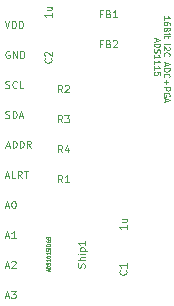
<source format=gbr>
%TF.GenerationSoftware,KiCad,Pcbnew,8.0.8*%
%TF.CreationDate,2025-01-25T22:43:36+07:00*%
%TF.ProjectId,Pton1,50746f6e-312e-46b6-9963-61645f706362,rev?*%
%TF.SameCoordinates,Original*%
%TF.FileFunction,OtherDrawing,Comment*%
%FSLAX46Y46*%
G04 Gerber Fmt 4.6, Leading zero omitted, Abs format (unit mm)*
G04 Created by KiCad (PCBNEW 8.0.8) date 2025-01-25 22:43:36*
%MOMM*%
%LPD*%
G01*
G04 APERTURE LIST*
%ADD10C,0.100000*%
%ADD11C,0.125000*%
%ADD12C,0.075000*%
G04 APERTURE END LIST*
D10*
X91620074Y-67059942D02*
X91905789Y-67059942D01*
X91562931Y-67231371D02*
X91762931Y-66631371D01*
X91762931Y-66631371D02*
X91962931Y-67231371D01*
X92105789Y-66631371D02*
X92477217Y-66631371D01*
X92477217Y-66631371D02*
X92277217Y-66859942D01*
X92277217Y-66859942D02*
X92362932Y-66859942D01*
X92362932Y-66859942D02*
X92420075Y-66888514D01*
X92420075Y-66888514D02*
X92448646Y-66917085D01*
X92448646Y-66917085D02*
X92477217Y-66974228D01*
X92477217Y-66974228D02*
X92477217Y-67117085D01*
X92477217Y-67117085D02*
X92448646Y-67174228D01*
X92448646Y-67174228D02*
X92420075Y-67202800D01*
X92420075Y-67202800D02*
X92362932Y-67231371D01*
X92362932Y-67231371D02*
X92191503Y-67231371D01*
X92191503Y-67231371D02*
X92134360Y-67202800D01*
X92134360Y-67202800D02*
X92105789Y-67174228D01*
X91620074Y-64519942D02*
X91905789Y-64519942D01*
X91562931Y-64691371D02*
X91762931Y-64091371D01*
X91762931Y-64091371D02*
X91962931Y-64691371D01*
X92134360Y-64148514D02*
X92162932Y-64119942D01*
X92162932Y-64119942D02*
X92220075Y-64091371D01*
X92220075Y-64091371D02*
X92362932Y-64091371D01*
X92362932Y-64091371D02*
X92420075Y-64119942D01*
X92420075Y-64119942D02*
X92448646Y-64148514D01*
X92448646Y-64148514D02*
X92477217Y-64205657D01*
X92477217Y-64205657D02*
X92477217Y-64262800D01*
X92477217Y-64262800D02*
X92448646Y-64348514D01*
X92448646Y-64348514D02*
X92105789Y-64691371D01*
X92105789Y-64691371D02*
X92477217Y-64691371D01*
X91620074Y-61979942D02*
X91905789Y-61979942D01*
X91562931Y-62151371D02*
X91762931Y-61551371D01*
X91762931Y-61551371D02*
X91962931Y-62151371D01*
X92477217Y-62151371D02*
X92134360Y-62151371D01*
X92305789Y-62151371D02*
X92305789Y-61551371D01*
X92305789Y-61551371D02*
X92248646Y-61637085D01*
X92248646Y-61637085D02*
X92191503Y-61694228D01*
X92191503Y-61694228D02*
X92134360Y-61722800D01*
X91620074Y-59439942D02*
X91905789Y-59439942D01*
X91562931Y-59611371D02*
X91762931Y-59011371D01*
X91762931Y-59011371D02*
X91962931Y-59611371D01*
X92277217Y-59011371D02*
X92334360Y-59011371D01*
X92334360Y-59011371D02*
X92391503Y-59039942D01*
X92391503Y-59039942D02*
X92420075Y-59068514D01*
X92420075Y-59068514D02*
X92448646Y-59125657D01*
X92448646Y-59125657D02*
X92477217Y-59239942D01*
X92477217Y-59239942D02*
X92477217Y-59382800D01*
X92477217Y-59382800D02*
X92448646Y-59497085D01*
X92448646Y-59497085D02*
X92420075Y-59554228D01*
X92420075Y-59554228D02*
X92391503Y-59582800D01*
X92391503Y-59582800D02*
X92334360Y-59611371D01*
X92334360Y-59611371D02*
X92277217Y-59611371D01*
X92277217Y-59611371D02*
X92220075Y-59582800D01*
X92220075Y-59582800D02*
X92191503Y-59554228D01*
X92191503Y-59554228D02*
X92162932Y-59497085D01*
X92162932Y-59497085D02*
X92134360Y-59382800D01*
X92134360Y-59382800D02*
X92134360Y-59239942D01*
X92134360Y-59239942D02*
X92162932Y-59125657D01*
X92162932Y-59125657D02*
X92191503Y-59068514D01*
X92191503Y-59068514D02*
X92220075Y-59039942D01*
X92220075Y-59039942D02*
X92277217Y-59011371D01*
X91620074Y-56899942D02*
X91905789Y-56899942D01*
X91562931Y-57071371D02*
X91762931Y-56471371D01*
X91762931Y-56471371D02*
X91962931Y-57071371D01*
X92448646Y-57071371D02*
X92162932Y-57071371D01*
X92162932Y-57071371D02*
X92162932Y-56471371D01*
X92991503Y-57071371D02*
X92791503Y-56785657D01*
X92648646Y-57071371D02*
X92648646Y-56471371D01*
X92648646Y-56471371D02*
X92877217Y-56471371D01*
X92877217Y-56471371D02*
X92934360Y-56499942D01*
X92934360Y-56499942D02*
X92962931Y-56528514D01*
X92962931Y-56528514D02*
X92991503Y-56585657D01*
X92991503Y-56585657D02*
X92991503Y-56671371D01*
X92991503Y-56671371D02*
X92962931Y-56728514D01*
X92962931Y-56728514D02*
X92934360Y-56757085D01*
X92934360Y-56757085D02*
X92877217Y-56785657D01*
X92877217Y-56785657D02*
X92648646Y-56785657D01*
X93162931Y-56471371D02*
X93505789Y-56471371D01*
X93334360Y-57071371D02*
X93334360Y-56471371D01*
X91680074Y-54329942D02*
X91965789Y-54329942D01*
X91622931Y-54501371D02*
X91822931Y-53901371D01*
X91822931Y-53901371D02*
X92022931Y-54501371D01*
X92222932Y-54501371D02*
X92222932Y-53901371D01*
X92222932Y-53901371D02*
X92365789Y-53901371D01*
X92365789Y-53901371D02*
X92451503Y-53929942D01*
X92451503Y-53929942D02*
X92508646Y-53987085D01*
X92508646Y-53987085D02*
X92537217Y-54044228D01*
X92537217Y-54044228D02*
X92565789Y-54158514D01*
X92565789Y-54158514D02*
X92565789Y-54244228D01*
X92565789Y-54244228D02*
X92537217Y-54358514D01*
X92537217Y-54358514D02*
X92508646Y-54415657D01*
X92508646Y-54415657D02*
X92451503Y-54472800D01*
X92451503Y-54472800D02*
X92365789Y-54501371D01*
X92365789Y-54501371D02*
X92222932Y-54501371D01*
X92822932Y-54501371D02*
X92822932Y-53901371D01*
X92822932Y-53901371D02*
X92965789Y-53901371D01*
X92965789Y-53901371D02*
X93051503Y-53929942D01*
X93051503Y-53929942D02*
X93108646Y-53987085D01*
X93108646Y-53987085D02*
X93137217Y-54044228D01*
X93137217Y-54044228D02*
X93165789Y-54158514D01*
X93165789Y-54158514D02*
X93165789Y-54244228D01*
X93165789Y-54244228D02*
X93137217Y-54358514D01*
X93137217Y-54358514D02*
X93108646Y-54415657D01*
X93108646Y-54415657D02*
X93051503Y-54472800D01*
X93051503Y-54472800D02*
X92965789Y-54501371D01*
X92965789Y-54501371D02*
X92822932Y-54501371D01*
X93765789Y-54501371D02*
X93565789Y-54215657D01*
X93422932Y-54501371D02*
X93422932Y-53901371D01*
X93422932Y-53901371D02*
X93651503Y-53901371D01*
X93651503Y-53901371D02*
X93708646Y-53929942D01*
X93708646Y-53929942D02*
X93737217Y-53958514D01*
X93737217Y-53958514D02*
X93765789Y-54015657D01*
X93765789Y-54015657D02*
X93765789Y-54101371D01*
X93765789Y-54101371D02*
X93737217Y-54158514D01*
X93737217Y-54158514D02*
X93708646Y-54187085D01*
X93708646Y-54187085D02*
X93651503Y-54215657D01*
X93651503Y-54215657D02*
X93422932Y-54215657D01*
X91620074Y-51962800D02*
X91705789Y-51991371D01*
X91705789Y-51991371D02*
X91848646Y-51991371D01*
X91848646Y-51991371D02*
X91905789Y-51962800D01*
X91905789Y-51962800D02*
X91934360Y-51934228D01*
X91934360Y-51934228D02*
X91962931Y-51877085D01*
X91962931Y-51877085D02*
X91962931Y-51819942D01*
X91962931Y-51819942D02*
X91934360Y-51762800D01*
X91934360Y-51762800D02*
X91905789Y-51734228D01*
X91905789Y-51734228D02*
X91848646Y-51705657D01*
X91848646Y-51705657D02*
X91734360Y-51677085D01*
X91734360Y-51677085D02*
X91677217Y-51648514D01*
X91677217Y-51648514D02*
X91648646Y-51619942D01*
X91648646Y-51619942D02*
X91620074Y-51562800D01*
X91620074Y-51562800D02*
X91620074Y-51505657D01*
X91620074Y-51505657D02*
X91648646Y-51448514D01*
X91648646Y-51448514D02*
X91677217Y-51419942D01*
X91677217Y-51419942D02*
X91734360Y-51391371D01*
X91734360Y-51391371D02*
X91877217Y-51391371D01*
X91877217Y-51391371D02*
X91962931Y-51419942D01*
X92220075Y-51991371D02*
X92220075Y-51391371D01*
X92220075Y-51391371D02*
X92362932Y-51391371D01*
X92362932Y-51391371D02*
X92448646Y-51419942D01*
X92448646Y-51419942D02*
X92505789Y-51477085D01*
X92505789Y-51477085D02*
X92534360Y-51534228D01*
X92534360Y-51534228D02*
X92562932Y-51648514D01*
X92562932Y-51648514D02*
X92562932Y-51734228D01*
X92562932Y-51734228D02*
X92534360Y-51848514D01*
X92534360Y-51848514D02*
X92505789Y-51905657D01*
X92505789Y-51905657D02*
X92448646Y-51962800D01*
X92448646Y-51962800D02*
X92362932Y-51991371D01*
X92362932Y-51991371D02*
X92220075Y-51991371D01*
X92791503Y-51819942D02*
X93077218Y-51819942D01*
X92734360Y-51991371D02*
X92934360Y-51391371D01*
X92934360Y-51391371D02*
X93134360Y-51991371D01*
X91620074Y-49422800D02*
X91705789Y-49451371D01*
X91705789Y-49451371D02*
X91848646Y-49451371D01*
X91848646Y-49451371D02*
X91905789Y-49422800D01*
X91905789Y-49422800D02*
X91934360Y-49394228D01*
X91934360Y-49394228D02*
X91962931Y-49337085D01*
X91962931Y-49337085D02*
X91962931Y-49279942D01*
X91962931Y-49279942D02*
X91934360Y-49222800D01*
X91934360Y-49222800D02*
X91905789Y-49194228D01*
X91905789Y-49194228D02*
X91848646Y-49165657D01*
X91848646Y-49165657D02*
X91734360Y-49137085D01*
X91734360Y-49137085D02*
X91677217Y-49108514D01*
X91677217Y-49108514D02*
X91648646Y-49079942D01*
X91648646Y-49079942D02*
X91620074Y-49022800D01*
X91620074Y-49022800D02*
X91620074Y-48965657D01*
X91620074Y-48965657D02*
X91648646Y-48908514D01*
X91648646Y-48908514D02*
X91677217Y-48879942D01*
X91677217Y-48879942D02*
X91734360Y-48851371D01*
X91734360Y-48851371D02*
X91877217Y-48851371D01*
X91877217Y-48851371D02*
X91962931Y-48879942D01*
X92562932Y-49394228D02*
X92534360Y-49422800D01*
X92534360Y-49422800D02*
X92448646Y-49451371D01*
X92448646Y-49451371D02*
X92391503Y-49451371D01*
X92391503Y-49451371D02*
X92305789Y-49422800D01*
X92305789Y-49422800D02*
X92248646Y-49365657D01*
X92248646Y-49365657D02*
X92220075Y-49308514D01*
X92220075Y-49308514D02*
X92191503Y-49194228D01*
X92191503Y-49194228D02*
X92191503Y-49108514D01*
X92191503Y-49108514D02*
X92220075Y-48994228D01*
X92220075Y-48994228D02*
X92248646Y-48937085D01*
X92248646Y-48937085D02*
X92305789Y-48879942D01*
X92305789Y-48879942D02*
X92391503Y-48851371D01*
X92391503Y-48851371D02*
X92448646Y-48851371D01*
X92448646Y-48851371D02*
X92534360Y-48879942D01*
X92534360Y-48879942D02*
X92562932Y-48908514D01*
X93105789Y-49451371D02*
X92820075Y-49451371D01*
X92820075Y-49451371D02*
X92820075Y-48851371D01*
X91962931Y-46339942D02*
X91905789Y-46311371D01*
X91905789Y-46311371D02*
X91820074Y-46311371D01*
X91820074Y-46311371D02*
X91734360Y-46339942D01*
X91734360Y-46339942D02*
X91677217Y-46397085D01*
X91677217Y-46397085D02*
X91648646Y-46454228D01*
X91648646Y-46454228D02*
X91620074Y-46568514D01*
X91620074Y-46568514D02*
X91620074Y-46654228D01*
X91620074Y-46654228D02*
X91648646Y-46768514D01*
X91648646Y-46768514D02*
X91677217Y-46825657D01*
X91677217Y-46825657D02*
X91734360Y-46882800D01*
X91734360Y-46882800D02*
X91820074Y-46911371D01*
X91820074Y-46911371D02*
X91877217Y-46911371D01*
X91877217Y-46911371D02*
X91962931Y-46882800D01*
X91962931Y-46882800D02*
X91991503Y-46854228D01*
X91991503Y-46854228D02*
X91991503Y-46654228D01*
X91991503Y-46654228D02*
X91877217Y-46654228D01*
X92248646Y-46911371D02*
X92248646Y-46311371D01*
X92248646Y-46311371D02*
X92591503Y-46911371D01*
X92591503Y-46911371D02*
X92591503Y-46311371D01*
X92877217Y-46911371D02*
X92877217Y-46311371D01*
X92877217Y-46311371D02*
X93020074Y-46311371D01*
X93020074Y-46311371D02*
X93105788Y-46339942D01*
X93105788Y-46339942D02*
X93162931Y-46397085D01*
X93162931Y-46397085D02*
X93191502Y-46454228D01*
X93191502Y-46454228D02*
X93220074Y-46568514D01*
X93220074Y-46568514D02*
X93220074Y-46654228D01*
X93220074Y-46654228D02*
X93191502Y-46768514D01*
X93191502Y-46768514D02*
X93162931Y-46825657D01*
X93162931Y-46825657D02*
X93105788Y-46882800D01*
X93105788Y-46882800D02*
X93020074Y-46911371D01*
X93020074Y-46911371D02*
X92877217Y-46911371D01*
X91562931Y-43771371D02*
X91762931Y-44371371D01*
X91762931Y-44371371D02*
X91962931Y-43771371D01*
X92162932Y-44371371D02*
X92162932Y-43771371D01*
X92162932Y-43771371D02*
X92305789Y-43771371D01*
X92305789Y-43771371D02*
X92391503Y-43799942D01*
X92391503Y-43799942D02*
X92448646Y-43857085D01*
X92448646Y-43857085D02*
X92477217Y-43914228D01*
X92477217Y-43914228D02*
X92505789Y-44028514D01*
X92505789Y-44028514D02*
X92505789Y-44114228D01*
X92505789Y-44114228D02*
X92477217Y-44228514D01*
X92477217Y-44228514D02*
X92448646Y-44285657D01*
X92448646Y-44285657D02*
X92391503Y-44342800D01*
X92391503Y-44342800D02*
X92305789Y-44371371D01*
X92305789Y-44371371D02*
X92162932Y-44371371D01*
X92762932Y-44371371D02*
X92762932Y-43771371D01*
X92762932Y-43771371D02*
X92905789Y-43771371D01*
X92905789Y-43771371D02*
X92991503Y-43799942D01*
X92991503Y-43799942D02*
X93048646Y-43857085D01*
X93048646Y-43857085D02*
X93077217Y-43914228D01*
X93077217Y-43914228D02*
X93105789Y-44028514D01*
X93105789Y-44028514D02*
X93105789Y-44114228D01*
X93105789Y-44114228D02*
X93077217Y-44228514D01*
X93077217Y-44228514D02*
X93048646Y-44285657D01*
X93048646Y-44285657D02*
X92991503Y-44342800D01*
X92991503Y-44342800D02*
X92905789Y-44371371D01*
X92905789Y-44371371D02*
X92762932Y-44371371D01*
D11*
X105012662Y-43643188D02*
X105012662Y-43357474D01*
X105012662Y-43500331D02*
X105512662Y-43500331D01*
X105512662Y-43500331D02*
X105441233Y-43452712D01*
X105441233Y-43452712D02*
X105393614Y-43405093D01*
X105393614Y-43405093D02*
X105369805Y-43357474D01*
X105512662Y-44071759D02*
X105512662Y-43976521D01*
X105512662Y-43976521D02*
X105488852Y-43928902D01*
X105488852Y-43928902D02*
X105465043Y-43905092D01*
X105465043Y-43905092D02*
X105393614Y-43857473D01*
X105393614Y-43857473D02*
X105298376Y-43833664D01*
X105298376Y-43833664D02*
X105107900Y-43833664D01*
X105107900Y-43833664D02*
X105060281Y-43857473D01*
X105060281Y-43857473D02*
X105036472Y-43881283D01*
X105036472Y-43881283D02*
X105012662Y-43928902D01*
X105012662Y-43928902D02*
X105012662Y-44024140D01*
X105012662Y-44024140D02*
X105036472Y-44071759D01*
X105036472Y-44071759D02*
X105060281Y-44095568D01*
X105060281Y-44095568D02*
X105107900Y-44119378D01*
X105107900Y-44119378D02*
X105226948Y-44119378D01*
X105226948Y-44119378D02*
X105274567Y-44095568D01*
X105274567Y-44095568D02*
X105298376Y-44071759D01*
X105298376Y-44071759D02*
X105322186Y-44024140D01*
X105322186Y-44024140D02*
X105322186Y-43928902D01*
X105322186Y-43928902D02*
X105298376Y-43881283D01*
X105298376Y-43881283D02*
X105274567Y-43857473D01*
X105274567Y-43857473D02*
X105226948Y-43833664D01*
X105274567Y-44500330D02*
X105250757Y-44571758D01*
X105250757Y-44571758D02*
X105226948Y-44595568D01*
X105226948Y-44595568D02*
X105179329Y-44619377D01*
X105179329Y-44619377D02*
X105107900Y-44619377D01*
X105107900Y-44619377D02*
X105060281Y-44595568D01*
X105060281Y-44595568D02*
X105036472Y-44571758D01*
X105036472Y-44571758D02*
X105012662Y-44524139D01*
X105012662Y-44524139D02*
X105012662Y-44333663D01*
X105012662Y-44333663D02*
X105512662Y-44333663D01*
X105512662Y-44333663D02*
X105512662Y-44500330D01*
X105512662Y-44500330D02*
X105488852Y-44547949D01*
X105488852Y-44547949D02*
X105465043Y-44571758D01*
X105465043Y-44571758D02*
X105417424Y-44595568D01*
X105417424Y-44595568D02*
X105369805Y-44595568D01*
X105369805Y-44595568D02*
X105322186Y-44571758D01*
X105322186Y-44571758D02*
X105298376Y-44547949D01*
X105298376Y-44547949D02*
X105274567Y-44500330D01*
X105274567Y-44500330D02*
X105274567Y-44333663D01*
X105012662Y-44833663D02*
X105345995Y-44833663D01*
X105512662Y-44833663D02*
X105488852Y-44809854D01*
X105488852Y-44809854D02*
X105465043Y-44833663D01*
X105465043Y-44833663D02*
X105488852Y-44857473D01*
X105488852Y-44857473D02*
X105512662Y-44833663D01*
X105512662Y-44833663D02*
X105465043Y-44833663D01*
X105345995Y-45000330D02*
X105345995Y-45190806D01*
X105512662Y-45071758D02*
X105084091Y-45071758D01*
X105084091Y-45071758D02*
X105036472Y-45095568D01*
X105036472Y-45095568D02*
X105012662Y-45143187D01*
X105012662Y-45143187D02*
X105012662Y-45190806D01*
X105012662Y-45738424D02*
X105512662Y-45738424D01*
X105465043Y-45952710D02*
X105488852Y-45976519D01*
X105488852Y-45976519D02*
X105512662Y-46024138D01*
X105512662Y-46024138D02*
X105512662Y-46143186D01*
X105512662Y-46143186D02*
X105488852Y-46190805D01*
X105488852Y-46190805D02*
X105465043Y-46214614D01*
X105465043Y-46214614D02*
X105417424Y-46238424D01*
X105417424Y-46238424D02*
X105369805Y-46238424D01*
X105369805Y-46238424D02*
X105298376Y-46214614D01*
X105298376Y-46214614D02*
X105012662Y-45928900D01*
X105012662Y-45928900D02*
X105012662Y-46238424D01*
X105060281Y-46738423D02*
X105036472Y-46714614D01*
X105036472Y-46714614D02*
X105012662Y-46643185D01*
X105012662Y-46643185D02*
X105012662Y-46595566D01*
X105012662Y-46595566D02*
X105036472Y-46524138D01*
X105036472Y-46524138D02*
X105084091Y-46476519D01*
X105084091Y-46476519D02*
X105131710Y-46452709D01*
X105131710Y-46452709D02*
X105226948Y-46428900D01*
X105226948Y-46428900D02*
X105298376Y-46428900D01*
X105298376Y-46428900D02*
X105393614Y-46452709D01*
X105393614Y-46452709D02*
X105441233Y-46476519D01*
X105441233Y-46476519D02*
X105488852Y-46524138D01*
X105488852Y-46524138D02*
X105512662Y-46595566D01*
X105512662Y-46595566D02*
X105512662Y-46643185D01*
X105512662Y-46643185D02*
X105488852Y-46714614D01*
X105488852Y-46714614D02*
X105465043Y-46738423D01*
X105155519Y-47309852D02*
X105155519Y-47547947D01*
X105012662Y-47262233D02*
X105512662Y-47428899D01*
X105512662Y-47428899D02*
X105012662Y-47595566D01*
X105012662Y-47762232D02*
X105512662Y-47762232D01*
X105512662Y-47762232D02*
X105512662Y-47881280D01*
X105512662Y-47881280D02*
X105488852Y-47952708D01*
X105488852Y-47952708D02*
X105441233Y-48000327D01*
X105441233Y-48000327D02*
X105393614Y-48024137D01*
X105393614Y-48024137D02*
X105298376Y-48047946D01*
X105298376Y-48047946D02*
X105226948Y-48047946D01*
X105226948Y-48047946D02*
X105131710Y-48024137D01*
X105131710Y-48024137D02*
X105084091Y-48000327D01*
X105084091Y-48000327D02*
X105036472Y-47952708D01*
X105036472Y-47952708D02*
X105012662Y-47881280D01*
X105012662Y-47881280D02*
X105012662Y-47762232D01*
X105060281Y-48547946D02*
X105036472Y-48524137D01*
X105036472Y-48524137D02*
X105012662Y-48452708D01*
X105012662Y-48452708D02*
X105012662Y-48405089D01*
X105012662Y-48405089D02*
X105036472Y-48333661D01*
X105036472Y-48333661D02*
X105084091Y-48286042D01*
X105084091Y-48286042D02*
X105131710Y-48262232D01*
X105131710Y-48262232D02*
X105226948Y-48238423D01*
X105226948Y-48238423D02*
X105298376Y-48238423D01*
X105298376Y-48238423D02*
X105393614Y-48262232D01*
X105393614Y-48262232D02*
X105441233Y-48286042D01*
X105441233Y-48286042D02*
X105488852Y-48333661D01*
X105488852Y-48333661D02*
X105512662Y-48405089D01*
X105512662Y-48405089D02*
X105512662Y-48452708D01*
X105512662Y-48452708D02*
X105488852Y-48524137D01*
X105488852Y-48524137D02*
X105465043Y-48547946D01*
X105203138Y-48762232D02*
X105203138Y-49143185D01*
X105012662Y-48952708D02*
X105393614Y-48952708D01*
X105012662Y-49381280D02*
X105512662Y-49381280D01*
X105512662Y-49381280D02*
X105512662Y-49571756D01*
X105512662Y-49571756D02*
X105488852Y-49619375D01*
X105488852Y-49619375D02*
X105465043Y-49643185D01*
X105465043Y-49643185D02*
X105417424Y-49666994D01*
X105417424Y-49666994D02*
X105345995Y-49666994D01*
X105345995Y-49666994D02*
X105298376Y-49643185D01*
X105298376Y-49643185D02*
X105274567Y-49619375D01*
X105274567Y-49619375D02*
X105250757Y-49571756D01*
X105250757Y-49571756D02*
X105250757Y-49381280D01*
X105488852Y-50143185D02*
X105512662Y-50095566D01*
X105512662Y-50095566D02*
X105512662Y-50024137D01*
X105512662Y-50024137D02*
X105488852Y-49952709D01*
X105488852Y-49952709D02*
X105441233Y-49905090D01*
X105441233Y-49905090D02*
X105393614Y-49881280D01*
X105393614Y-49881280D02*
X105298376Y-49857471D01*
X105298376Y-49857471D02*
X105226948Y-49857471D01*
X105226948Y-49857471D02*
X105131710Y-49881280D01*
X105131710Y-49881280D02*
X105084091Y-49905090D01*
X105084091Y-49905090D02*
X105036472Y-49952709D01*
X105036472Y-49952709D02*
X105012662Y-50024137D01*
X105012662Y-50024137D02*
X105012662Y-50071756D01*
X105012662Y-50071756D02*
X105036472Y-50143185D01*
X105036472Y-50143185D02*
X105060281Y-50166994D01*
X105060281Y-50166994D02*
X105226948Y-50166994D01*
X105226948Y-50166994D02*
X105226948Y-50071756D01*
X105155519Y-50357471D02*
X105155519Y-50595566D01*
X105012662Y-50309852D02*
X105512662Y-50476518D01*
X105512662Y-50476518D02*
X105012662Y-50643185D01*
X104350547Y-45238426D02*
X104350547Y-45476521D01*
X104207690Y-45190807D02*
X104707690Y-45357473D01*
X104707690Y-45357473D02*
X104207690Y-45524140D01*
X104207690Y-45690806D02*
X104707690Y-45690806D01*
X104707690Y-45690806D02*
X104707690Y-45809854D01*
X104707690Y-45809854D02*
X104683880Y-45881282D01*
X104683880Y-45881282D02*
X104636261Y-45928901D01*
X104636261Y-45928901D02*
X104588642Y-45952711D01*
X104588642Y-45952711D02*
X104493404Y-45976520D01*
X104493404Y-45976520D02*
X104421976Y-45976520D01*
X104421976Y-45976520D02*
X104326738Y-45952711D01*
X104326738Y-45952711D02*
X104279119Y-45928901D01*
X104279119Y-45928901D02*
X104231500Y-45881282D01*
X104231500Y-45881282D02*
X104207690Y-45809854D01*
X104207690Y-45809854D02*
X104207690Y-45690806D01*
X104231500Y-46166997D02*
X104207690Y-46238425D01*
X104207690Y-46238425D02*
X104207690Y-46357473D01*
X104207690Y-46357473D02*
X104231500Y-46405092D01*
X104231500Y-46405092D02*
X104255309Y-46428901D01*
X104255309Y-46428901D02*
X104302928Y-46452711D01*
X104302928Y-46452711D02*
X104350547Y-46452711D01*
X104350547Y-46452711D02*
X104398166Y-46428901D01*
X104398166Y-46428901D02*
X104421976Y-46405092D01*
X104421976Y-46405092D02*
X104445785Y-46357473D01*
X104445785Y-46357473D02*
X104469595Y-46262235D01*
X104469595Y-46262235D02*
X104493404Y-46214616D01*
X104493404Y-46214616D02*
X104517214Y-46190806D01*
X104517214Y-46190806D02*
X104564833Y-46166997D01*
X104564833Y-46166997D02*
X104612452Y-46166997D01*
X104612452Y-46166997D02*
X104660071Y-46190806D01*
X104660071Y-46190806D02*
X104683880Y-46214616D01*
X104683880Y-46214616D02*
X104707690Y-46262235D01*
X104707690Y-46262235D02*
X104707690Y-46381282D01*
X104707690Y-46381282D02*
X104683880Y-46452711D01*
X104207690Y-46928901D02*
X104207690Y-46643187D01*
X104207690Y-46786044D02*
X104707690Y-46786044D01*
X104707690Y-46786044D02*
X104636261Y-46738425D01*
X104636261Y-46738425D02*
X104588642Y-46690806D01*
X104588642Y-46690806D02*
X104564833Y-46643187D01*
X104207690Y-47405091D02*
X104207690Y-47119377D01*
X104207690Y-47262234D02*
X104707690Y-47262234D01*
X104707690Y-47262234D02*
X104636261Y-47214615D01*
X104636261Y-47214615D02*
X104588642Y-47166996D01*
X104588642Y-47166996D02*
X104564833Y-47119377D01*
X104207690Y-47881281D02*
X104207690Y-47595567D01*
X104207690Y-47738424D02*
X104707690Y-47738424D01*
X104707690Y-47738424D02*
X104636261Y-47690805D01*
X104636261Y-47690805D02*
X104588642Y-47643186D01*
X104588642Y-47643186D02*
X104564833Y-47595567D01*
X104707690Y-48333661D02*
X104707690Y-48095566D01*
X104707690Y-48095566D02*
X104469595Y-48071757D01*
X104469595Y-48071757D02*
X104493404Y-48095566D01*
X104493404Y-48095566D02*
X104517214Y-48143185D01*
X104517214Y-48143185D02*
X104517214Y-48262233D01*
X104517214Y-48262233D02*
X104493404Y-48309852D01*
X104493404Y-48309852D02*
X104469595Y-48333661D01*
X104469595Y-48333661D02*
X104421976Y-48357471D01*
X104421976Y-48357471D02*
X104302928Y-48357471D01*
X104302928Y-48357471D02*
X104255309Y-48333661D01*
X104255309Y-48333661D02*
X104231500Y-48309852D01*
X104231500Y-48309852D02*
X104207690Y-48262233D01*
X104207690Y-48262233D02*
X104207690Y-48143185D01*
X104207690Y-48143185D02*
X104231500Y-48095566D01*
X104231500Y-48095566D02*
X104255309Y-48071757D01*
D10*
X95465228Y-46934999D02*
X95493800Y-46963571D01*
X95493800Y-46963571D02*
X95522371Y-47049285D01*
X95522371Y-47049285D02*
X95522371Y-47106428D01*
X95522371Y-47106428D02*
X95493800Y-47192142D01*
X95493800Y-47192142D02*
X95436657Y-47249285D01*
X95436657Y-47249285D02*
X95379514Y-47277856D01*
X95379514Y-47277856D02*
X95265228Y-47306428D01*
X95265228Y-47306428D02*
X95179514Y-47306428D01*
X95179514Y-47306428D02*
X95065228Y-47277856D01*
X95065228Y-47277856D02*
X95008085Y-47249285D01*
X95008085Y-47249285D02*
X94950942Y-47192142D01*
X94950942Y-47192142D02*
X94922371Y-47106428D01*
X94922371Y-47106428D02*
X94922371Y-47049285D01*
X94922371Y-47049285D02*
X94950942Y-46963571D01*
X94950942Y-46963571D02*
X94979514Y-46934999D01*
X94979514Y-46706428D02*
X94950942Y-46677856D01*
X94950942Y-46677856D02*
X94922371Y-46620714D01*
X94922371Y-46620714D02*
X94922371Y-46477856D01*
X94922371Y-46477856D02*
X94950942Y-46420714D01*
X94950942Y-46420714D02*
X94979514Y-46392142D01*
X94979514Y-46392142D02*
X95036657Y-46363571D01*
X95036657Y-46363571D02*
X95093800Y-46363571D01*
X95093800Y-46363571D02*
X95179514Y-46392142D01*
X95179514Y-46392142D02*
X95522371Y-46734999D01*
X95522371Y-46734999D02*
X95522371Y-46363571D01*
X95522371Y-43125000D02*
X95522371Y-43467857D01*
X95522371Y-43296428D02*
X94922371Y-43296428D01*
X94922371Y-43296428D02*
X95008085Y-43353571D01*
X95008085Y-43353571D02*
X95065228Y-43410714D01*
X95065228Y-43410714D02*
X95093800Y-43467857D01*
X95122371Y-42610714D02*
X95522371Y-42610714D01*
X95122371Y-42867856D02*
X95436657Y-42867856D01*
X95436657Y-42867856D02*
X95493800Y-42839285D01*
X95493800Y-42839285D02*
X95522371Y-42782142D01*
X95522371Y-42782142D02*
X95522371Y-42696428D01*
X95522371Y-42696428D02*
X95493800Y-42639285D01*
X95493800Y-42639285D02*
X95465228Y-42610714D01*
X96420000Y-54882371D02*
X96220000Y-54596657D01*
X96077143Y-54882371D02*
X96077143Y-54282371D01*
X96077143Y-54282371D02*
X96305714Y-54282371D01*
X96305714Y-54282371D02*
X96362857Y-54310942D01*
X96362857Y-54310942D02*
X96391428Y-54339514D01*
X96391428Y-54339514D02*
X96420000Y-54396657D01*
X96420000Y-54396657D02*
X96420000Y-54482371D01*
X96420000Y-54482371D02*
X96391428Y-54539514D01*
X96391428Y-54539514D02*
X96362857Y-54568085D01*
X96362857Y-54568085D02*
X96305714Y-54596657D01*
X96305714Y-54596657D02*
X96077143Y-54596657D01*
X96934286Y-54482371D02*
X96934286Y-54882371D01*
X96791428Y-54253800D02*
X96648571Y-54682371D01*
X96648571Y-54682371D02*
X97020000Y-54682371D01*
X101815228Y-64869999D02*
X101843800Y-64898571D01*
X101843800Y-64898571D02*
X101872371Y-64984285D01*
X101872371Y-64984285D02*
X101872371Y-65041428D01*
X101872371Y-65041428D02*
X101843800Y-65127142D01*
X101843800Y-65127142D02*
X101786657Y-65184285D01*
X101786657Y-65184285D02*
X101729514Y-65212856D01*
X101729514Y-65212856D02*
X101615228Y-65241428D01*
X101615228Y-65241428D02*
X101529514Y-65241428D01*
X101529514Y-65241428D02*
X101415228Y-65212856D01*
X101415228Y-65212856D02*
X101358085Y-65184285D01*
X101358085Y-65184285D02*
X101300942Y-65127142D01*
X101300942Y-65127142D02*
X101272371Y-65041428D01*
X101272371Y-65041428D02*
X101272371Y-64984285D01*
X101272371Y-64984285D02*
X101300942Y-64898571D01*
X101300942Y-64898571D02*
X101329514Y-64869999D01*
X101872371Y-64298571D02*
X101872371Y-64641428D01*
X101872371Y-64469999D02*
X101272371Y-64469999D01*
X101272371Y-64469999D02*
X101358085Y-64527142D01*
X101358085Y-64527142D02*
X101415228Y-64584285D01*
X101415228Y-64584285D02*
X101443800Y-64641428D01*
X101872371Y-61060000D02*
X101872371Y-61402857D01*
X101872371Y-61231428D02*
X101272371Y-61231428D01*
X101272371Y-61231428D02*
X101358085Y-61288571D01*
X101358085Y-61288571D02*
X101415228Y-61345714D01*
X101415228Y-61345714D02*
X101443800Y-61402857D01*
X101472371Y-60545714D02*
X101872371Y-60545714D01*
X101472371Y-60802856D02*
X101786657Y-60802856D01*
X101786657Y-60802856D02*
X101843800Y-60774285D01*
X101843800Y-60774285D02*
X101872371Y-60717142D01*
X101872371Y-60717142D02*
X101872371Y-60631428D01*
X101872371Y-60631428D02*
X101843800Y-60574285D01*
X101843800Y-60574285D02*
X101815228Y-60545714D01*
X96420000Y-49802371D02*
X96220000Y-49516657D01*
X96077143Y-49802371D02*
X96077143Y-49202371D01*
X96077143Y-49202371D02*
X96305714Y-49202371D01*
X96305714Y-49202371D02*
X96362857Y-49230942D01*
X96362857Y-49230942D02*
X96391428Y-49259514D01*
X96391428Y-49259514D02*
X96420000Y-49316657D01*
X96420000Y-49316657D02*
X96420000Y-49402371D01*
X96420000Y-49402371D02*
X96391428Y-49459514D01*
X96391428Y-49459514D02*
X96362857Y-49488085D01*
X96362857Y-49488085D02*
X96305714Y-49516657D01*
X96305714Y-49516657D02*
X96077143Y-49516657D01*
X96648571Y-49259514D02*
X96677143Y-49230942D01*
X96677143Y-49230942D02*
X96734286Y-49202371D01*
X96734286Y-49202371D02*
X96877143Y-49202371D01*
X96877143Y-49202371D02*
X96934286Y-49230942D01*
X96934286Y-49230942D02*
X96962857Y-49259514D01*
X96962857Y-49259514D02*
X96991428Y-49316657D01*
X96991428Y-49316657D02*
X96991428Y-49373800D01*
X96991428Y-49373800D02*
X96962857Y-49459514D01*
X96962857Y-49459514D02*
X96620000Y-49802371D01*
X96620000Y-49802371D02*
X96991428Y-49802371D01*
X99830000Y-43138085D02*
X99630000Y-43138085D01*
X99630000Y-43452371D02*
X99630000Y-42852371D01*
X99630000Y-42852371D02*
X99915714Y-42852371D01*
X100344286Y-43138085D02*
X100430000Y-43166657D01*
X100430000Y-43166657D02*
X100458571Y-43195228D01*
X100458571Y-43195228D02*
X100487143Y-43252371D01*
X100487143Y-43252371D02*
X100487143Y-43338085D01*
X100487143Y-43338085D02*
X100458571Y-43395228D01*
X100458571Y-43395228D02*
X100430000Y-43423800D01*
X100430000Y-43423800D02*
X100372857Y-43452371D01*
X100372857Y-43452371D02*
X100144286Y-43452371D01*
X100144286Y-43452371D02*
X100144286Y-42852371D01*
X100144286Y-42852371D02*
X100344286Y-42852371D01*
X100344286Y-42852371D02*
X100401429Y-42880942D01*
X100401429Y-42880942D02*
X100430000Y-42909514D01*
X100430000Y-42909514D02*
X100458571Y-42966657D01*
X100458571Y-42966657D02*
X100458571Y-43023800D01*
X100458571Y-43023800D02*
X100430000Y-43080942D01*
X100430000Y-43080942D02*
X100401429Y-43109514D01*
X100401429Y-43109514D02*
X100344286Y-43138085D01*
X100344286Y-43138085D02*
X100144286Y-43138085D01*
X101058571Y-43452371D02*
X100715714Y-43452371D01*
X100887143Y-43452371D02*
X100887143Y-42852371D01*
X100887143Y-42852371D02*
X100830000Y-42938085D01*
X100830000Y-42938085D02*
X100772857Y-42995228D01*
X100772857Y-42995228D02*
X100715714Y-43023800D01*
X99830000Y-45678085D02*
X99630000Y-45678085D01*
X99630000Y-45992371D02*
X99630000Y-45392371D01*
X99630000Y-45392371D02*
X99915714Y-45392371D01*
X100344286Y-45678085D02*
X100430000Y-45706657D01*
X100430000Y-45706657D02*
X100458571Y-45735228D01*
X100458571Y-45735228D02*
X100487143Y-45792371D01*
X100487143Y-45792371D02*
X100487143Y-45878085D01*
X100487143Y-45878085D02*
X100458571Y-45935228D01*
X100458571Y-45935228D02*
X100430000Y-45963800D01*
X100430000Y-45963800D02*
X100372857Y-45992371D01*
X100372857Y-45992371D02*
X100144286Y-45992371D01*
X100144286Y-45992371D02*
X100144286Y-45392371D01*
X100144286Y-45392371D02*
X100344286Y-45392371D01*
X100344286Y-45392371D02*
X100401429Y-45420942D01*
X100401429Y-45420942D02*
X100430000Y-45449514D01*
X100430000Y-45449514D02*
X100458571Y-45506657D01*
X100458571Y-45506657D02*
X100458571Y-45563800D01*
X100458571Y-45563800D02*
X100430000Y-45620942D01*
X100430000Y-45620942D02*
X100401429Y-45649514D01*
X100401429Y-45649514D02*
X100344286Y-45678085D01*
X100344286Y-45678085D02*
X100144286Y-45678085D01*
X100715714Y-45449514D02*
X100744286Y-45420942D01*
X100744286Y-45420942D02*
X100801429Y-45392371D01*
X100801429Y-45392371D02*
X100944286Y-45392371D01*
X100944286Y-45392371D02*
X101001429Y-45420942D01*
X101001429Y-45420942D02*
X101030000Y-45449514D01*
X101030000Y-45449514D02*
X101058571Y-45506657D01*
X101058571Y-45506657D02*
X101058571Y-45563800D01*
X101058571Y-45563800D02*
X101030000Y-45649514D01*
X101030000Y-45649514D02*
X100687143Y-45992371D01*
X100687143Y-45992371D02*
X101058571Y-45992371D01*
D12*
X95299171Y-64949999D02*
X95299171Y-64807142D01*
X95384885Y-64978570D02*
X95084885Y-64878570D01*
X95084885Y-64878570D02*
X95384885Y-64778570D01*
X95384885Y-64678570D02*
X95084885Y-64678570D01*
X95084885Y-64678570D02*
X95084885Y-64607141D01*
X95084885Y-64607141D02*
X95099171Y-64564284D01*
X95099171Y-64564284D02*
X95127742Y-64535713D01*
X95127742Y-64535713D02*
X95156314Y-64521427D01*
X95156314Y-64521427D02*
X95213457Y-64507141D01*
X95213457Y-64507141D02*
X95256314Y-64507141D01*
X95256314Y-64507141D02*
X95313457Y-64521427D01*
X95313457Y-64521427D02*
X95342028Y-64535713D01*
X95342028Y-64535713D02*
X95370600Y-64564284D01*
X95370600Y-64564284D02*
X95384885Y-64607141D01*
X95384885Y-64607141D02*
X95384885Y-64678570D01*
X95370600Y-64392856D02*
X95384885Y-64349999D01*
X95384885Y-64349999D02*
X95384885Y-64278570D01*
X95384885Y-64278570D02*
X95370600Y-64249999D01*
X95370600Y-64249999D02*
X95356314Y-64235713D01*
X95356314Y-64235713D02*
X95327742Y-64221427D01*
X95327742Y-64221427D02*
X95299171Y-64221427D01*
X95299171Y-64221427D02*
X95270600Y-64235713D01*
X95270600Y-64235713D02*
X95256314Y-64249999D01*
X95256314Y-64249999D02*
X95242028Y-64278570D01*
X95242028Y-64278570D02*
X95227742Y-64335713D01*
X95227742Y-64335713D02*
X95213457Y-64364284D01*
X95213457Y-64364284D02*
X95199171Y-64378570D01*
X95199171Y-64378570D02*
X95170600Y-64392856D01*
X95170600Y-64392856D02*
X95142028Y-64392856D01*
X95142028Y-64392856D02*
X95113457Y-64378570D01*
X95113457Y-64378570D02*
X95099171Y-64364284D01*
X95099171Y-64364284D02*
X95084885Y-64335713D01*
X95084885Y-64335713D02*
X95084885Y-64264284D01*
X95084885Y-64264284D02*
X95099171Y-64221427D01*
X95384885Y-63935713D02*
X95384885Y-64107142D01*
X95384885Y-64021427D02*
X95084885Y-64021427D01*
X95084885Y-64021427D02*
X95127742Y-64049999D01*
X95127742Y-64049999D02*
X95156314Y-64078570D01*
X95156314Y-64078570D02*
X95170600Y-64107142D01*
X95084885Y-63749999D02*
X95084885Y-63721428D01*
X95084885Y-63721428D02*
X95099171Y-63692856D01*
X95099171Y-63692856D02*
X95113457Y-63678571D01*
X95113457Y-63678571D02*
X95142028Y-63664285D01*
X95142028Y-63664285D02*
X95199171Y-63649999D01*
X95199171Y-63649999D02*
X95270600Y-63649999D01*
X95270600Y-63649999D02*
X95327742Y-63664285D01*
X95327742Y-63664285D02*
X95356314Y-63678571D01*
X95356314Y-63678571D02*
X95370600Y-63692856D01*
X95370600Y-63692856D02*
X95384885Y-63721428D01*
X95384885Y-63721428D02*
X95384885Y-63749999D01*
X95384885Y-63749999D02*
X95370600Y-63778571D01*
X95370600Y-63778571D02*
X95356314Y-63792856D01*
X95356314Y-63792856D02*
X95327742Y-63807142D01*
X95327742Y-63807142D02*
X95270600Y-63821428D01*
X95270600Y-63821428D02*
X95199171Y-63821428D01*
X95199171Y-63821428D02*
X95142028Y-63807142D01*
X95142028Y-63807142D02*
X95113457Y-63792856D01*
X95113457Y-63792856D02*
X95099171Y-63778571D01*
X95099171Y-63778571D02*
X95084885Y-63749999D01*
X95384885Y-63364285D02*
X95384885Y-63535714D01*
X95384885Y-63449999D02*
X95084885Y-63449999D01*
X95084885Y-63449999D02*
X95127742Y-63478571D01*
X95127742Y-63478571D02*
X95156314Y-63507142D01*
X95156314Y-63507142D02*
X95170600Y-63535714D01*
X95084885Y-63092857D02*
X95084885Y-63235714D01*
X95084885Y-63235714D02*
X95227742Y-63250000D01*
X95227742Y-63250000D02*
X95213457Y-63235714D01*
X95213457Y-63235714D02*
X95199171Y-63207143D01*
X95199171Y-63207143D02*
X95199171Y-63135714D01*
X95199171Y-63135714D02*
X95213457Y-63107143D01*
X95213457Y-63107143D02*
X95227742Y-63092857D01*
X95227742Y-63092857D02*
X95256314Y-63078571D01*
X95256314Y-63078571D02*
X95327742Y-63078571D01*
X95327742Y-63078571D02*
X95356314Y-63092857D01*
X95356314Y-63092857D02*
X95370600Y-63107143D01*
X95370600Y-63107143D02*
X95384885Y-63135714D01*
X95384885Y-63135714D02*
X95384885Y-63207143D01*
X95384885Y-63207143D02*
X95370600Y-63235714D01*
X95370600Y-63235714D02*
X95356314Y-63250000D01*
X95384885Y-62950000D02*
X95084885Y-62950000D01*
X95384885Y-62807143D02*
X95084885Y-62807143D01*
X95084885Y-62807143D02*
X95084885Y-62735714D01*
X95084885Y-62735714D02*
X95099171Y-62692857D01*
X95099171Y-62692857D02*
X95127742Y-62664286D01*
X95127742Y-62664286D02*
X95156314Y-62650000D01*
X95156314Y-62650000D02*
X95213457Y-62635714D01*
X95213457Y-62635714D02*
X95256314Y-62635714D01*
X95256314Y-62635714D02*
X95313457Y-62650000D01*
X95313457Y-62650000D02*
X95342028Y-62664286D01*
X95342028Y-62664286D02*
X95370600Y-62692857D01*
X95370600Y-62692857D02*
X95384885Y-62735714D01*
X95384885Y-62735714D02*
X95384885Y-62807143D01*
X95099171Y-62350000D02*
X95084885Y-62378572D01*
X95084885Y-62378572D02*
X95084885Y-62421429D01*
X95084885Y-62421429D02*
X95099171Y-62464286D01*
X95099171Y-62464286D02*
X95127742Y-62492857D01*
X95127742Y-62492857D02*
X95156314Y-62507143D01*
X95156314Y-62507143D02*
X95213457Y-62521429D01*
X95213457Y-62521429D02*
X95256314Y-62521429D01*
X95256314Y-62521429D02*
X95313457Y-62507143D01*
X95313457Y-62507143D02*
X95342028Y-62492857D01*
X95342028Y-62492857D02*
X95370600Y-62464286D01*
X95370600Y-62464286D02*
X95384885Y-62421429D01*
X95384885Y-62421429D02*
X95384885Y-62392857D01*
X95384885Y-62392857D02*
X95370600Y-62350000D01*
X95370600Y-62350000D02*
X95356314Y-62335714D01*
X95356314Y-62335714D02*
X95256314Y-62335714D01*
X95256314Y-62335714D02*
X95256314Y-62392857D01*
X95370600Y-62221429D02*
X95384885Y-62178572D01*
X95384885Y-62178572D02*
X95384885Y-62107143D01*
X95384885Y-62107143D02*
X95370600Y-62078572D01*
X95370600Y-62078572D02*
X95356314Y-62064286D01*
X95356314Y-62064286D02*
X95327742Y-62050000D01*
X95327742Y-62050000D02*
X95299171Y-62050000D01*
X95299171Y-62050000D02*
X95270600Y-62064286D01*
X95270600Y-62064286D02*
X95256314Y-62078572D01*
X95256314Y-62078572D02*
X95242028Y-62107143D01*
X95242028Y-62107143D02*
X95227742Y-62164286D01*
X95227742Y-62164286D02*
X95213457Y-62192857D01*
X95213457Y-62192857D02*
X95199171Y-62207143D01*
X95199171Y-62207143D02*
X95170600Y-62221429D01*
X95170600Y-62221429D02*
X95142028Y-62221429D01*
X95142028Y-62221429D02*
X95113457Y-62207143D01*
X95113457Y-62207143D02*
X95099171Y-62192857D01*
X95099171Y-62192857D02*
X95084885Y-62164286D01*
X95084885Y-62164286D02*
X95084885Y-62092857D01*
X95084885Y-62092857D02*
X95099171Y-62050000D01*
D10*
X98303800Y-64642857D02*
X98332371Y-64557143D01*
X98332371Y-64557143D02*
X98332371Y-64414285D01*
X98332371Y-64414285D02*
X98303800Y-64357143D01*
X98303800Y-64357143D02*
X98275228Y-64328571D01*
X98275228Y-64328571D02*
X98218085Y-64300000D01*
X98218085Y-64300000D02*
X98160942Y-64300000D01*
X98160942Y-64300000D02*
X98103800Y-64328571D01*
X98103800Y-64328571D02*
X98075228Y-64357143D01*
X98075228Y-64357143D02*
X98046657Y-64414285D01*
X98046657Y-64414285D02*
X98018085Y-64528571D01*
X98018085Y-64528571D02*
X97989514Y-64585714D01*
X97989514Y-64585714D02*
X97960942Y-64614285D01*
X97960942Y-64614285D02*
X97903800Y-64642857D01*
X97903800Y-64642857D02*
X97846657Y-64642857D01*
X97846657Y-64642857D02*
X97789514Y-64614285D01*
X97789514Y-64614285D02*
X97760942Y-64585714D01*
X97760942Y-64585714D02*
X97732371Y-64528571D01*
X97732371Y-64528571D02*
X97732371Y-64385714D01*
X97732371Y-64385714D02*
X97760942Y-64300000D01*
X98332371Y-64042856D02*
X97732371Y-64042856D01*
X98332371Y-63785714D02*
X98018085Y-63785714D01*
X98018085Y-63785714D02*
X97960942Y-63814285D01*
X97960942Y-63814285D02*
X97932371Y-63871428D01*
X97932371Y-63871428D02*
X97932371Y-63957142D01*
X97932371Y-63957142D02*
X97960942Y-64014285D01*
X97960942Y-64014285D02*
X97989514Y-64042856D01*
X98332371Y-63499999D02*
X97932371Y-63499999D01*
X97732371Y-63499999D02*
X97760942Y-63528571D01*
X97760942Y-63528571D02*
X97789514Y-63499999D01*
X97789514Y-63499999D02*
X97760942Y-63471428D01*
X97760942Y-63471428D02*
X97732371Y-63499999D01*
X97732371Y-63499999D02*
X97789514Y-63499999D01*
X97932371Y-63214285D02*
X98532371Y-63214285D01*
X97960942Y-63214285D02*
X97932371Y-63157143D01*
X97932371Y-63157143D02*
X97932371Y-63042857D01*
X97932371Y-63042857D02*
X97960942Y-62985714D01*
X97960942Y-62985714D02*
X97989514Y-62957143D01*
X97989514Y-62957143D02*
X98046657Y-62928571D01*
X98046657Y-62928571D02*
X98218085Y-62928571D01*
X98218085Y-62928571D02*
X98275228Y-62957143D01*
X98275228Y-62957143D02*
X98303800Y-62985714D01*
X98303800Y-62985714D02*
X98332371Y-63042857D01*
X98332371Y-63042857D02*
X98332371Y-63157143D01*
X98332371Y-63157143D02*
X98303800Y-63214285D01*
X98332371Y-62357143D02*
X98332371Y-62700000D01*
X98332371Y-62528571D02*
X97732371Y-62528571D01*
X97732371Y-62528571D02*
X97818085Y-62585714D01*
X97818085Y-62585714D02*
X97875228Y-62642857D01*
X97875228Y-62642857D02*
X97903800Y-62700000D01*
X96420000Y-57422371D02*
X96220000Y-57136657D01*
X96077143Y-57422371D02*
X96077143Y-56822371D01*
X96077143Y-56822371D02*
X96305714Y-56822371D01*
X96305714Y-56822371D02*
X96362857Y-56850942D01*
X96362857Y-56850942D02*
X96391428Y-56879514D01*
X96391428Y-56879514D02*
X96420000Y-56936657D01*
X96420000Y-56936657D02*
X96420000Y-57022371D01*
X96420000Y-57022371D02*
X96391428Y-57079514D01*
X96391428Y-57079514D02*
X96362857Y-57108085D01*
X96362857Y-57108085D02*
X96305714Y-57136657D01*
X96305714Y-57136657D02*
X96077143Y-57136657D01*
X96991428Y-57422371D02*
X96648571Y-57422371D01*
X96820000Y-57422371D02*
X96820000Y-56822371D01*
X96820000Y-56822371D02*
X96762857Y-56908085D01*
X96762857Y-56908085D02*
X96705714Y-56965228D01*
X96705714Y-56965228D02*
X96648571Y-56993800D01*
X96420000Y-52342371D02*
X96220000Y-52056657D01*
X96077143Y-52342371D02*
X96077143Y-51742371D01*
X96077143Y-51742371D02*
X96305714Y-51742371D01*
X96305714Y-51742371D02*
X96362857Y-51770942D01*
X96362857Y-51770942D02*
X96391428Y-51799514D01*
X96391428Y-51799514D02*
X96420000Y-51856657D01*
X96420000Y-51856657D02*
X96420000Y-51942371D01*
X96420000Y-51942371D02*
X96391428Y-51999514D01*
X96391428Y-51999514D02*
X96362857Y-52028085D01*
X96362857Y-52028085D02*
X96305714Y-52056657D01*
X96305714Y-52056657D02*
X96077143Y-52056657D01*
X96620000Y-51742371D02*
X96991428Y-51742371D01*
X96991428Y-51742371D02*
X96791428Y-51970942D01*
X96791428Y-51970942D02*
X96877143Y-51970942D01*
X96877143Y-51970942D02*
X96934286Y-51999514D01*
X96934286Y-51999514D02*
X96962857Y-52028085D01*
X96962857Y-52028085D02*
X96991428Y-52085228D01*
X96991428Y-52085228D02*
X96991428Y-52228085D01*
X96991428Y-52228085D02*
X96962857Y-52285228D01*
X96962857Y-52285228D02*
X96934286Y-52313800D01*
X96934286Y-52313800D02*
X96877143Y-52342371D01*
X96877143Y-52342371D02*
X96705714Y-52342371D01*
X96705714Y-52342371D02*
X96648571Y-52313800D01*
X96648571Y-52313800D02*
X96620000Y-52285228D01*
M02*

</source>
